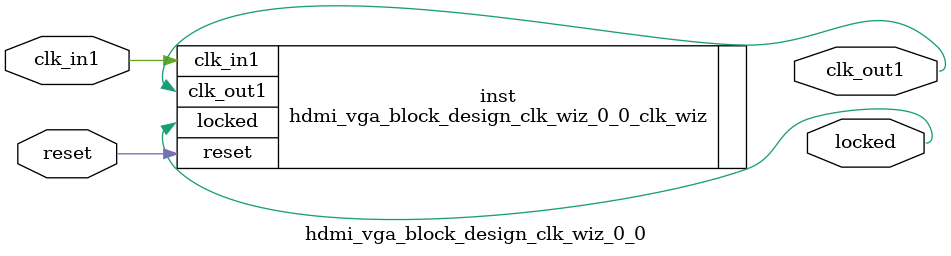
<source format=v>


`timescale 1ps/1ps

(* CORE_GENERATION_INFO = "hdmi_vga_block_design_clk_wiz_0_0,clk_wiz_v5_3_2_0,{component_name=hdmi_vga_block_design_clk_wiz_0_0,use_phase_alignment=true,use_min_o_jitter=false,use_max_i_jitter=false,use_dyn_phase_shift=false,use_inclk_switchover=false,use_dyn_reconfig=false,enable_axi=0,feedback_source=FDBK_AUTO,PRIMITIVE=MMCM,num_out_clk=1,clkin1_period=8.0,clkin2_period=10.0,use_power_down=false,use_reset=true,use_locked=true,use_inclk_stopped=false,feedback_type=SINGLE,CLOCK_MGR_TYPE=NA,manual_override=false}" *)

module hdmi_vga_block_design_clk_wiz_0_0 
 (
  // Clock out ports
  output        clk_out1,
  // Status and control signals
  input         reset,
  output        locked,
 // Clock in ports
  input         clk_in1
 );

  hdmi_vga_block_design_clk_wiz_0_0_clk_wiz inst
  (
  // Clock out ports  
  .clk_out1(clk_out1),
  // Status and control signals               
  .reset(reset), 
  .locked(locked),
 // Clock in ports
  .clk_in1(clk_in1)
  );

endmodule

</source>
